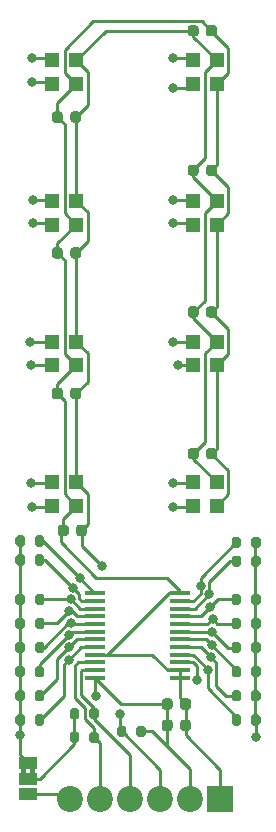
<source format=gtl>
%TF.GenerationSoftware,KiCad,Pcbnew,(5.1.12)-1*%
%TF.CreationDate,2022-08-18T11:29:56-07:00*%
%TF.ProjectId,HighPressureSensorArray,48696768-5072-4657-9373-75726553656e,rev?*%
%TF.SameCoordinates,Original*%
%TF.FileFunction,Copper,L1,Top*%
%TF.FilePolarity,Positive*%
%FSLAX46Y46*%
G04 Gerber Fmt 4.6, Leading zero omitted, Abs format (unit mm)*
G04 Created by KiCad (PCBNEW (5.1.12)-1) date 2022-08-18 11:29:56*
%MOMM*%
%LPD*%
G01*
G04 APERTURE LIST*
%TA.AperFunction,EtchedComponent*%
%ADD10C,0.100000*%
%TD*%
%TA.AperFunction,SMDPad,CuDef*%
%ADD11R,1.300000X1.300000*%
%TD*%
%TA.AperFunction,SMDPad,CuDef*%
%ADD12R,1.500000X1.000000*%
%TD*%
%TA.AperFunction,SMDPad,CuDef*%
%ADD13R,1.750000X0.450000*%
%TD*%
%TA.AperFunction,ComponentPad*%
%ADD14R,2.200000X2.200000*%
%TD*%
%TA.AperFunction,ComponentPad*%
%ADD15C,2.200000*%
%TD*%
%TA.AperFunction,ViaPad*%
%ADD16C,0.800000*%
%TD*%
%TA.AperFunction,Conductor*%
%ADD17C,0.250000*%
%TD*%
G04 APERTURE END LIST*
D10*
G36*
X121350000Y-91100000D02*
G01*
X121350000Y-91600000D01*
X120950000Y-91600000D01*
X120950000Y-91100000D01*
X121350000Y-91100000D01*
G37*
G36*
X120550000Y-91100000D02*
G01*
X120550000Y-91600000D01*
X120150000Y-91600000D01*
X120150000Y-91100000D01*
X120550000Y-91100000D01*
G37*
D11*
X122812600Y-68900400D03*
X122812600Y-66900400D03*
X124812600Y-68900400D03*
X124812600Y-66900400D03*
D12*
X120750000Y-90700000D03*
X120750000Y-93300000D03*
X120750000Y-92000000D03*
%TA.AperFunction,SMDPad,CuDef*%
G36*
G01*
X124325000Y-36250000D02*
X124325000Y-35750000D01*
G75*
G02*
X124550000Y-35525000I225000J0D01*
G01*
X125000000Y-35525000D01*
G75*
G02*
X125225000Y-35750000I0J-225000D01*
G01*
X125225000Y-36250000D01*
G75*
G02*
X125000000Y-36475000I-225000J0D01*
G01*
X124550000Y-36475000D01*
G75*
G02*
X124325000Y-36250000I0J225000D01*
G01*
G37*
%TD.AperFunction*%
%TA.AperFunction,SMDPad,CuDef*%
G36*
G01*
X122775000Y-36250000D02*
X122775000Y-35750000D01*
G75*
G02*
X123000000Y-35525000I225000J0D01*
G01*
X123450000Y-35525000D01*
G75*
G02*
X123675000Y-35750000I0J-225000D01*
G01*
X123675000Y-36250000D01*
G75*
G02*
X123450000Y-36475000I-225000J0D01*
G01*
X123000000Y-36475000D01*
G75*
G02*
X122775000Y-36250000I0J225000D01*
G01*
G37*
%TD.AperFunction*%
%TA.AperFunction,SMDPad,CuDef*%
G36*
G01*
X122775000Y-47750000D02*
X122775000Y-47250000D01*
G75*
G02*
X123000000Y-47025000I225000J0D01*
G01*
X123450000Y-47025000D01*
G75*
G02*
X123675000Y-47250000I0J-225000D01*
G01*
X123675000Y-47750000D01*
G75*
G02*
X123450000Y-47975000I-225000J0D01*
G01*
X123000000Y-47975000D01*
G75*
G02*
X122775000Y-47750000I0J225000D01*
G01*
G37*
%TD.AperFunction*%
%TA.AperFunction,SMDPad,CuDef*%
G36*
G01*
X124325000Y-47750000D02*
X124325000Y-47250000D01*
G75*
G02*
X124550000Y-47025000I225000J0D01*
G01*
X125000000Y-47025000D01*
G75*
G02*
X125225000Y-47250000I0J-225000D01*
G01*
X125225000Y-47750000D01*
G75*
G02*
X125000000Y-47975000I-225000J0D01*
G01*
X124550000Y-47975000D01*
G75*
G02*
X124325000Y-47750000I0J225000D01*
G01*
G37*
%TD.AperFunction*%
%TA.AperFunction,SMDPad,CuDef*%
G36*
G01*
X124325000Y-59650000D02*
X124325000Y-59150000D01*
G75*
G02*
X124550000Y-58925000I225000J0D01*
G01*
X125000000Y-58925000D01*
G75*
G02*
X125225000Y-59150000I0J-225000D01*
G01*
X125225000Y-59650000D01*
G75*
G02*
X125000000Y-59875000I-225000J0D01*
G01*
X124550000Y-59875000D01*
G75*
G02*
X124325000Y-59650000I0J225000D01*
G01*
G37*
%TD.AperFunction*%
%TA.AperFunction,SMDPad,CuDef*%
G36*
G01*
X122775000Y-59650000D02*
X122775000Y-59150000D01*
G75*
G02*
X123000000Y-58925000I225000J0D01*
G01*
X123450000Y-58925000D01*
G75*
G02*
X123675000Y-59150000I0J-225000D01*
G01*
X123675000Y-59650000D01*
G75*
G02*
X123450000Y-59875000I-225000J0D01*
G01*
X123000000Y-59875000D01*
G75*
G02*
X122775000Y-59650000I0J225000D01*
G01*
G37*
%TD.AperFunction*%
%TA.AperFunction,SMDPad,CuDef*%
G36*
G01*
X123275000Y-71250000D02*
X123275000Y-70750000D01*
G75*
G02*
X123500000Y-70525000I225000J0D01*
G01*
X123950000Y-70525000D01*
G75*
G02*
X124175000Y-70750000I0J-225000D01*
G01*
X124175000Y-71250000D01*
G75*
G02*
X123950000Y-71475000I-225000J0D01*
G01*
X123500000Y-71475000D01*
G75*
G02*
X123275000Y-71250000I0J225000D01*
G01*
G37*
%TD.AperFunction*%
%TA.AperFunction,SMDPad,CuDef*%
G36*
G01*
X124825000Y-71250000D02*
X124825000Y-70750000D01*
G75*
G02*
X125050000Y-70525000I225000J0D01*
G01*
X125500000Y-70525000D01*
G75*
G02*
X125725000Y-70750000I0J-225000D01*
G01*
X125725000Y-71250000D01*
G75*
G02*
X125500000Y-71475000I-225000J0D01*
G01*
X125050000Y-71475000D01*
G75*
G02*
X124825000Y-71250000I0J225000D01*
G01*
G37*
%TD.AperFunction*%
%TA.AperFunction,SMDPad,CuDef*%
G36*
G01*
X135175000Y-28450000D02*
X135175000Y-28950000D01*
G75*
G02*
X134950000Y-29175000I-225000J0D01*
G01*
X134500000Y-29175000D01*
G75*
G02*
X134275000Y-28950000I0J225000D01*
G01*
X134275000Y-28450000D01*
G75*
G02*
X134500000Y-28225000I225000J0D01*
G01*
X134950000Y-28225000D01*
G75*
G02*
X135175000Y-28450000I0J-225000D01*
G01*
G37*
%TD.AperFunction*%
%TA.AperFunction,SMDPad,CuDef*%
G36*
G01*
X136725000Y-28450000D02*
X136725000Y-28950000D01*
G75*
G02*
X136500000Y-29175000I-225000J0D01*
G01*
X136050000Y-29175000D01*
G75*
G02*
X135825000Y-28950000I0J225000D01*
G01*
X135825000Y-28450000D01*
G75*
G02*
X136050000Y-28225000I225000J0D01*
G01*
X136500000Y-28225000D01*
G75*
G02*
X136725000Y-28450000I0J-225000D01*
G01*
G37*
%TD.AperFunction*%
%TA.AperFunction,SMDPad,CuDef*%
G36*
G01*
X136725000Y-40250000D02*
X136725000Y-40750000D01*
G75*
G02*
X136500000Y-40975000I-225000J0D01*
G01*
X136050000Y-40975000D01*
G75*
G02*
X135825000Y-40750000I0J225000D01*
G01*
X135825000Y-40250000D01*
G75*
G02*
X136050000Y-40025000I225000J0D01*
G01*
X136500000Y-40025000D01*
G75*
G02*
X136725000Y-40250000I0J-225000D01*
G01*
G37*
%TD.AperFunction*%
%TA.AperFunction,SMDPad,CuDef*%
G36*
G01*
X135175000Y-40250000D02*
X135175000Y-40750000D01*
G75*
G02*
X134950000Y-40975000I-225000J0D01*
G01*
X134500000Y-40975000D01*
G75*
G02*
X134275000Y-40750000I0J225000D01*
G01*
X134275000Y-40250000D01*
G75*
G02*
X134500000Y-40025000I225000J0D01*
G01*
X134950000Y-40025000D01*
G75*
G02*
X135175000Y-40250000I0J-225000D01*
G01*
G37*
%TD.AperFunction*%
%TA.AperFunction,SMDPad,CuDef*%
G36*
G01*
X136725000Y-52250000D02*
X136725000Y-52750000D01*
G75*
G02*
X136500000Y-52975000I-225000J0D01*
G01*
X136050000Y-52975000D01*
G75*
G02*
X135825000Y-52750000I0J225000D01*
G01*
X135825000Y-52250000D01*
G75*
G02*
X136050000Y-52025000I225000J0D01*
G01*
X136500000Y-52025000D01*
G75*
G02*
X136725000Y-52250000I0J-225000D01*
G01*
G37*
%TD.AperFunction*%
%TA.AperFunction,SMDPad,CuDef*%
G36*
G01*
X135175000Y-52250000D02*
X135175000Y-52750000D01*
G75*
G02*
X134950000Y-52975000I-225000J0D01*
G01*
X134500000Y-52975000D01*
G75*
G02*
X134275000Y-52750000I0J225000D01*
G01*
X134275000Y-52250000D01*
G75*
G02*
X134500000Y-52025000I225000J0D01*
G01*
X134950000Y-52025000D01*
G75*
G02*
X135175000Y-52250000I0J-225000D01*
G01*
G37*
%TD.AperFunction*%
%TA.AperFunction,SMDPad,CuDef*%
G36*
G01*
X135175000Y-64250000D02*
X135175000Y-64750000D01*
G75*
G02*
X134950000Y-64975000I-225000J0D01*
G01*
X134500000Y-64975000D01*
G75*
G02*
X134275000Y-64750000I0J225000D01*
G01*
X134275000Y-64250000D01*
G75*
G02*
X134500000Y-64025000I225000J0D01*
G01*
X134950000Y-64025000D01*
G75*
G02*
X135175000Y-64250000I0J-225000D01*
G01*
G37*
%TD.AperFunction*%
%TA.AperFunction,SMDPad,CuDef*%
G36*
G01*
X136725000Y-64250000D02*
X136725000Y-64750000D01*
G75*
G02*
X136500000Y-64975000I-225000J0D01*
G01*
X136050000Y-64975000D01*
G75*
G02*
X135825000Y-64750000I0J225000D01*
G01*
X135825000Y-64250000D01*
G75*
G02*
X136050000Y-64025000I225000J0D01*
G01*
X136500000Y-64025000D01*
G75*
G02*
X136725000Y-64250000I0J-225000D01*
G01*
G37*
%TD.AperFunction*%
%TA.AperFunction,SMDPad,CuDef*%
G36*
G01*
X132075000Y-85950000D02*
X132075000Y-85450000D01*
G75*
G02*
X132300000Y-85225000I225000J0D01*
G01*
X132750000Y-85225000D01*
G75*
G02*
X132975000Y-85450000I0J-225000D01*
G01*
X132975000Y-85950000D01*
G75*
G02*
X132750000Y-86175000I-225000J0D01*
G01*
X132300000Y-86175000D01*
G75*
G02*
X132075000Y-85950000I0J225000D01*
G01*
G37*
%TD.AperFunction*%
%TA.AperFunction,SMDPad,CuDef*%
G36*
G01*
X133625000Y-85950000D02*
X133625000Y-85450000D01*
G75*
G02*
X133850000Y-85225000I225000J0D01*
G01*
X134300000Y-85225000D01*
G75*
G02*
X134525000Y-85450000I0J-225000D01*
G01*
X134525000Y-85950000D01*
G75*
G02*
X134300000Y-86175000I-225000J0D01*
G01*
X133850000Y-86175000D01*
G75*
G02*
X133625000Y-85950000I0J225000D01*
G01*
G37*
%TD.AperFunction*%
%TA.AperFunction,SMDPad,CuDef*%
G36*
G01*
X133625000Y-87750000D02*
X133625000Y-87250000D01*
G75*
G02*
X133850000Y-87025000I225000J0D01*
G01*
X134300000Y-87025000D01*
G75*
G02*
X134525000Y-87250000I0J-225000D01*
G01*
X134525000Y-87750000D01*
G75*
G02*
X134300000Y-87975000I-225000J0D01*
G01*
X133850000Y-87975000D01*
G75*
G02*
X133625000Y-87750000I0J225000D01*
G01*
G37*
%TD.AperFunction*%
%TA.AperFunction,SMDPad,CuDef*%
G36*
G01*
X132075000Y-87750000D02*
X132075000Y-87250000D01*
G75*
G02*
X132300000Y-87025000I225000J0D01*
G01*
X132750000Y-87025000D01*
G75*
G02*
X132975000Y-87250000I0J-225000D01*
G01*
X132975000Y-87750000D01*
G75*
G02*
X132750000Y-87975000I-225000J0D01*
G01*
X132300000Y-87975000D01*
G75*
G02*
X132075000Y-87750000I0J225000D01*
G01*
G37*
%TD.AperFunction*%
%TA.AperFunction,SMDPad,CuDef*%
G36*
G01*
X138775000Y-73325000D02*
X138775000Y-73875000D01*
G75*
G02*
X138575000Y-74075000I-200000J0D01*
G01*
X138175000Y-74075000D01*
G75*
G02*
X137975000Y-73875000I0J200000D01*
G01*
X137975000Y-73325000D01*
G75*
G02*
X138175000Y-73125000I200000J0D01*
G01*
X138575000Y-73125000D01*
G75*
G02*
X138775000Y-73325000I0J-200000D01*
G01*
G37*
%TD.AperFunction*%
%TA.AperFunction,SMDPad,CuDef*%
G36*
G01*
X140425000Y-73325000D02*
X140425000Y-73875000D01*
G75*
G02*
X140225000Y-74075000I-200000J0D01*
G01*
X139825000Y-74075000D01*
G75*
G02*
X139625000Y-73875000I0J200000D01*
G01*
X139625000Y-73325000D01*
G75*
G02*
X139825000Y-73125000I200000J0D01*
G01*
X140225000Y-73125000D01*
G75*
G02*
X140425000Y-73325000I0J-200000D01*
G01*
G37*
%TD.AperFunction*%
%TA.AperFunction,SMDPad,CuDef*%
G36*
G01*
X140425000Y-71725000D02*
X140425000Y-72275000D01*
G75*
G02*
X140225000Y-72475000I-200000J0D01*
G01*
X139825000Y-72475000D01*
G75*
G02*
X139625000Y-72275000I0J200000D01*
G01*
X139625000Y-71725000D01*
G75*
G02*
X139825000Y-71525000I200000J0D01*
G01*
X140225000Y-71525000D01*
G75*
G02*
X140425000Y-71725000I0J-200000D01*
G01*
G37*
%TD.AperFunction*%
%TA.AperFunction,SMDPad,CuDef*%
G36*
G01*
X138775000Y-71725000D02*
X138775000Y-72275000D01*
G75*
G02*
X138575000Y-72475000I-200000J0D01*
G01*
X138175000Y-72475000D01*
G75*
G02*
X137975000Y-72275000I0J200000D01*
G01*
X137975000Y-71725000D01*
G75*
G02*
X138175000Y-71525000I200000J0D01*
G01*
X138575000Y-71525000D01*
G75*
G02*
X138775000Y-71725000I0J-200000D01*
G01*
G37*
%TD.AperFunction*%
%TA.AperFunction,SMDPad,CuDef*%
G36*
G01*
X140425000Y-78604590D02*
X140425000Y-79154590D01*
G75*
G02*
X140225000Y-79354590I-200000J0D01*
G01*
X139825000Y-79354590D01*
G75*
G02*
X139625000Y-79154590I0J200000D01*
G01*
X139625000Y-78604590D01*
G75*
G02*
X139825000Y-78404590I200000J0D01*
G01*
X140225000Y-78404590D01*
G75*
G02*
X140425000Y-78604590I0J-200000D01*
G01*
G37*
%TD.AperFunction*%
%TA.AperFunction,SMDPad,CuDef*%
G36*
G01*
X138775000Y-78604590D02*
X138775000Y-79154590D01*
G75*
G02*
X138575000Y-79354590I-200000J0D01*
G01*
X138175000Y-79354590D01*
G75*
G02*
X137975000Y-79154590I0J200000D01*
G01*
X137975000Y-78604590D01*
G75*
G02*
X138175000Y-78404590I200000J0D01*
G01*
X138575000Y-78404590D01*
G75*
G02*
X138775000Y-78604590I0J-200000D01*
G01*
G37*
%TD.AperFunction*%
%TA.AperFunction,SMDPad,CuDef*%
G36*
G01*
X138775000Y-76563774D02*
X138775000Y-77113774D01*
G75*
G02*
X138575000Y-77313774I-200000J0D01*
G01*
X138175000Y-77313774D01*
G75*
G02*
X137975000Y-77113774I0J200000D01*
G01*
X137975000Y-76563774D01*
G75*
G02*
X138175000Y-76363774I200000J0D01*
G01*
X138575000Y-76363774D01*
G75*
G02*
X138775000Y-76563774I0J-200000D01*
G01*
G37*
%TD.AperFunction*%
%TA.AperFunction,SMDPad,CuDef*%
G36*
G01*
X140425000Y-76563774D02*
X140425000Y-77113774D01*
G75*
G02*
X140225000Y-77313774I-200000J0D01*
G01*
X139825000Y-77313774D01*
G75*
G02*
X139625000Y-77113774I0J200000D01*
G01*
X139625000Y-76563774D01*
G75*
G02*
X139825000Y-76363774I200000J0D01*
G01*
X140225000Y-76363774D01*
G75*
G02*
X140425000Y-76563774I0J-200000D01*
G01*
G37*
%TD.AperFunction*%
%TA.AperFunction,SMDPad,CuDef*%
G36*
G01*
X138775000Y-82686222D02*
X138775000Y-83236222D01*
G75*
G02*
X138575000Y-83436222I-200000J0D01*
G01*
X138175000Y-83436222D01*
G75*
G02*
X137975000Y-83236222I0J200000D01*
G01*
X137975000Y-82686222D01*
G75*
G02*
X138175000Y-82486222I200000J0D01*
G01*
X138575000Y-82486222D01*
G75*
G02*
X138775000Y-82686222I0J-200000D01*
G01*
G37*
%TD.AperFunction*%
%TA.AperFunction,SMDPad,CuDef*%
G36*
G01*
X140425000Y-82686222D02*
X140425000Y-83236222D01*
G75*
G02*
X140225000Y-83436222I-200000J0D01*
G01*
X139825000Y-83436222D01*
G75*
G02*
X139625000Y-83236222I0J200000D01*
G01*
X139625000Y-82686222D01*
G75*
G02*
X139825000Y-82486222I200000J0D01*
G01*
X140225000Y-82486222D01*
G75*
G02*
X140425000Y-82686222I0J-200000D01*
G01*
G37*
%TD.AperFunction*%
%TA.AperFunction,SMDPad,CuDef*%
G36*
G01*
X140425000Y-80645406D02*
X140425000Y-81195406D01*
G75*
G02*
X140225000Y-81395406I-200000J0D01*
G01*
X139825000Y-81395406D01*
G75*
G02*
X139625000Y-81195406I0J200000D01*
G01*
X139625000Y-80645406D01*
G75*
G02*
X139825000Y-80445406I200000J0D01*
G01*
X140225000Y-80445406D01*
G75*
G02*
X140425000Y-80645406I0J-200000D01*
G01*
G37*
%TD.AperFunction*%
%TA.AperFunction,SMDPad,CuDef*%
G36*
G01*
X138775000Y-80645406D02*
X138775000Y-81195406D01*
G75*
G02*
X138575000Y-81395406I-200000J0D01*
G01*
X138175000Y-81395406D01*
G75*
G02*
X137975000Y-81195406I0J200000D01*
G01*
X137975000Y-80645406D01*
G75*
G02*
X138175000Y-80445406I200000J0D01*
G01*
X138575000Y-80445406D01*
G75*
G02*
X138775000Y-80645406I0J-200000D01*
G01*
G37*
%TD.AperFunction*%
%TA.AperFunction,SMDPad,CuDef*%
G36*
G01*
X140425000Y-86767857D02*
X140425000Y-87317857D01*
G75*
G02*
X140225000Y-87517857I-200000J0D01*
G01*
X139825000Y-87517857D01*
G75*
G02*
X139625000Y-87317857I0J200000D01*
G01*
X139625000Y-86767857D01*
G75*
G02*
X139825000Y-86567857I200000J0D01*
G01*
X140225000Y-86567857D01*
G75*
G02*
X140425000Y-86767857I0J-200000D01*
G01*
G37*
%TD.AperFunction*%
%TA.AperFunction,SMDPad,CuDef*%
G36*
G01*
X138775000Y-86767857D02*
X138775000Y-87317857D01*
G75*
G02*
X138575000Y-87517857I-200000J0D01*
G01*
X138175000Y-87517857D01*
G75*
G02*
X137975000Y-87317857I0J200000D01*
G01*
X137975000Y-86767857D01*
G75*
G02*
X138175000Y-86567857I200000J0D01*
G01*
X138575000Y-86567857D01*
G75*
G02*
X138775000Y-86767857I0J-200000D01*
G01*
G37*
%TD.AperFunction*%
%TA.AperFunction,SMDPad,CuDef*%
G36*
G01*
X138775000Y-84727038D02*
X138775000Y-85277038D01*
G75*
G02*
X138575000Y-85477038I-200000J0D01*
G01*
X138175000Y-85477038D01*
G75*
G02*
X137975000Y-85277038I0J200000D01*
G01*
X137975000Y-84727038D01*
G75*
G02*
X138175000Y-84527038I200000J0D01*
G01*
X138575000Y-84527038D01*
G75*
G02*
X138775000Y-84727038I0J-200000D01*
G01*
G37*
%TD.AperFunction*%
%TA.AperFunction,SMDPad,CuDef*%
G36*
G01*
X140425000Y-84727038D02*
X140425000Y-85277038D01*
G75*
G02*
X140225000Y-85477038I-200000J0D01*
G01*
X139825000Y-85477038D01*
G75*
G02*
X139625000Y-85277038I0J200000D01*
G01*
X139625000Y-84727038D01*
G75*
G02*
X139825000Y-84527038I200000J0D01*
G01*
X140225000Y-84527038D01*
G75*
G02*
X140425000Y-84727038I0J-200000D01*
G01*
G37*
%TD.AperFunction*%
%TA.AperFunction,SMDPad,CuDef*%
G36*
G01*
X119675000Y-85276016D02*
X119675000Y-84726016D01*
G75*
G02*
X119875000Y-84526016I200000J0D01*
G01*
X120275000Y-84526016D01*
G75*
G02*
X120475000Y-84726016I0J-200000D01*
G01*
X120475000Y-85276016D01*
G75*
G02*
X120275000Y-85476016I-200000J0D01*
G01*
X119875000Y-85476016D01*
G75*
G02*
X119675000Y-85276016I0J200000D01*
G01*
G37*
%TD.AperFunction*%
%TA.AperFunction,SMDPad,CuDef*%
G36*
G01*
X121325000Y-85276016D02*
X121325000Y-84726016D01*
G75*
G02*
X121525000Y-84526016I200000J0D01*
G01*
X121925000Y-84526016D01*
G75*
G02*
X122125000Y-84726016I0J-200000D01*
G01*
X122125000Y-85276016D01*
G75*
G02*
X121925000Y-85476016I-200000J0D01*
G01*
X121525000Y-85476016D01*
G75*
G02*
X121325000Y-85276016I0J200000D01*
G01*
G37*
%TD.AperFunction*%
%TA.AperFunction,SMDPad,CuDef*%
G36*
G01*
X119675000Y-87317857D02*
X119675000Y-86767857D01*
G75*
G02*
X119875000Y-86567857I200000J0D01*
G01*
X120275000Y-86567857D01*
G75*
G02*
X120475000Y-86767857I0J-200000D01*
G01*
X120475000Y-87317857D01*
G75*
G02*
X120275000Y-87517857I-200000J0D01*
G01*
X119875000Y-87517857D01*
G75*
G02*
X119675000Y-87317857I0J200000D01*
G01*
G37*
%TD.AperFunction*%
%TA.AperFunction,SMDPad,CuDef*%
G36*
G01*
X121325000Y-87317857D02*
X121325000Y-86767857D01*
G75*
G02*
X121525000Y-86567857I200000J0D01*
G01*
X121925000Y-86567857D01*
G75*
G02*
X122125000Y-86767857I0J-200000D01*
G01*
X122125000Y-87317857D01*
G75*
G02*
X121925000Y-87517857I-200000J0D01*
G01*
X121525000Y-87517857D01*
G75*
G02*
X121325000Y-87317857I0J200000D01*
G01*
G37*
%TD.AperFunction*%
%TA.AperFunction,SMDPad,CuDef*%
G36*
G01*
X119675000Y-81192344D02*
X119675000Y-80642344D01*
G75*
G02*
X119875000Y-80442344I200000J0D01*
G01*
X120275000Y-80442344D01*
G75*
G02*
X120475000Y-80642344I0J-200000D01*
G01*
X120475000Y-81192344D01*
G75*
G02*
X120275000Y-81392344I-200000J0D01*
G01*
X119875000Y-81392344D01*
G75*
G02*
X119675000Y-81192344I0J200000D01*
G01*
G37*
%TD.AperFunction*%
%TA.AperFunction,SMDPad,CuDef*%
G36*
G01*
X121325000Y-81192344D02*
X121325000Y-80642344D01*
G75*
G02*
X121525000Y-80442344I200000J0D01*
G01*
X121925000Y-80442344D01*
G75*
G02*
X122125000Y-80642344I0J-200000D01*
G01*
X122125000Y-81192344D01*
G75*
G02*
X121925000Y-81392344I-200000J0D01*
G01*
X121525000Y-81392344D01*
G75*
G02*
X121325000Y-81192344I0J200000D01*
G01*
G37*
%TD.AperFunction*%
%TA.AperFunction,SMDPad,CuDef*%
G36*
G01*
X121325000Y-83234180D02*
X121325000Y-82684180D01*
G75*
G02*
X121525000Y-82484180I200000J0D01*
G01*
X121925000Y-82484180D01*
G75*
G02*
X122125000Y-82684180I0J-200000D01*
G01*
X122125000Y-83234180D01*
G75*
G02*
X121925000Y-83434180I-200000J0D01*
G01*
X121525000Y-83434180D01*
G75*
G02*
X121325000Y-83234180I0J200000D01*
G01*
G37*
%TD.AperFunction*%
%TA.AperFunction,SMDPad,CuDef*%
G36*
G01*
X119675000Y-83234180D02*
X119675000Y-82684180D01*
G75*
G02*
X119875000Y-82484180I200000J0D01*
G01*
X120275000Y-82484180D01*
G75*
G02*
X120475000Y-82684180I0J-200000D01*
G01*
X120475000Y-83234180D01*
G75*
G02*
X120275000Y-83434180I-200000J0D01*
G01*
X119875000Y-83434180D01*
G75*
G02*
X119675000Y-83234180I0J200000D01*
G01*
G37*
%TD.AperFunction*%
%TA.AperFunction,SMDPad,CuDef*%
G36*
G01*
X119675000Y-77108672D02*
X119675000Y-76558672D01*
G75*
G02*
X119875000Y-76358672I200000J0D01*
G01*
X120275000Y-76358672D01*
G75*
G02*
X120475000Y-76558672I0J-200000D01*
G01*
X120475000Y-77108672D01*
G75*
G02*
X120275000Y-77308672I-200000J0D01*
G01*
X119875000Y-77308672D01*
G75*
G02*
X119675000Y-77108672I0J200000D01*
G01*
G37*
%TD.AperFunction*%
%TA.AperFunction,SMDPad,CuDef*%
G36*
G01*
X121325000Y-77108672D02*
X121325000Y-76558672D01*
G75*
G02*
X121525000Y-76358672I200000J0D01*
G01*
X121925000Y-76358672D01*
G75*
G02*
X122125000Y-76558672I0J-200000D01*
G01*
X122125000Y-77108672D01*
G75*
G02*
X121925000Y-77308672I-200000J0D01*
G01*
X121525000Y-77308672D01*
G75*
G02*
X121325000Y-77108672I0J200000D01*
G01*
G37*
%TD.AperFunction*%
%TA.AperFunction,SMDPad,CuDef*%
G36*
G01*
X121325000Y-79150508D02*
X121325000Y-78600508D01*
G75*
G02*
X121525000Y-78400508I200000J0D01*
G01*
X121925000Y-78400508D01*
G75*
G02*
X122125000Y-78600508I0J-200000D01*
G01*
X122125000Y-79150508D01*
G75*
G02*
X121925000Y-79350508I-200000J0D01*
G01*
X121525000Y-79350508D01*
G75*
G02*
X121325000Y-79150508I0J200000D01*
G01*
G37*
%TD.AperFunction*%
%TA.AperFunction,SMDPad,CuDef*%
G36*
G01*
X119675000Y-79150508D02*
X119675000Y-78600508D01*
G75*
G02*
X119875000Y-78400508I200000J0D01*
G01*
X120275000Y-78400508D01*
G75*
G02*
X120475000Y-78600508I0J-200000D01*
G01*
X120475000Y-79150508D01*
G75*
G02*
X120275000Y-79350508I-200000J0D01*
G01*
X119875000Y-79350508D01*
G75*
G02*
X119675000Y-79150508I0J200000D01*
G01*
G37*
%TD.AperFunction*%
%TA.AperFunction,SMDPad,CuDef*%
G36*
G01*
X119675000Y-72175000D02*
X119675000Y-71625000D01*
G75*
G02*
X119875000Y-71425000I200000J0D01*
G01*
X120275000Y-71425000D01*
G75*
G02*
X120475000Y-71625000I0J-200000D01*
G01*
X120475000Y-72175000D01*
G75*
G02*
X120275000Y-72375000I-200000J0D01*
G01*
X119875000Y-72375000D01*
G75*
G02*
X119675000Y-72175000I0J200000D01*
G01*
G37*
%TD.AperFunction*%
%TA.AperFunction,SMDPad,CuDef*%
G36*
G01*
X121325000Y-72175000D02*
X121325000Y-71625000D01*
G75*
G02*
X121525000Y-71425000I200000J0D01*
G01*
X121925000Y-71425000D01*
G75*
G02*
X122125000Y-71625000I0J-200000D01*
G01*
X122125000Y-72175000D01*
G75*
G02*
X121925000Y-72375000I-200000J0D01*
G01*
X121525000Y-72375000D01*
G75*
G02*
X121325000Y-72175000I0J200000D01*
G01*
G37*
%TD.AperFunction*%
%TA.AperFunction,SMDPad,CuDef*%
G36*
G01*
X121325000Y-73775000D02*
X121325000Y-73225000D01*
G75*
G02*
X121525000Y-73025000I200000J0D01*
G01*
X121925000Y-73025000D01*
G75*
G02*
X122125000Y-73225000I0J-200000D01*
G01*
X122125000Y-73775000D01*
G75*
G02*
X121925000Y-73975000I-200000J0D01*
G01*
X121525000Y-73975000D01*
G75*
G02*
X121325000Y-73775000I0J200000D01*
G01*
G37*
%TD.AperFunction*%
%TA.AperFunction,SMDPad,CuDef*%
G36*
G01*
X119675000Y-73775000D02*
X119675000Y-73225000D01*
G75*
G02*
X119875000Y-73025000I200000J0D01*
G01*
X120275000Y-73025000D01*
G75*
G02*
X120475000Y-73225000I0J-200000D01*
G01*
X120475000Y-73775000D01*
G75*
G02*
X120275000Y-73975000I-200000J0D01*
G01*
X119875000Y-73975000D01*
G75*
G02*
X119675000Y-73775000I0J200000D01*
G01*
G37*
%TD.AperFunction*%
%TA.AperFunction,SMDPad,CuDef*%
G36*
G01*
X126725000Y-88225000D02*
X126725000Y-88775000D01*
G75*
G02*
X126525000Y-88975000I-200000J0D01*
G01*
X126125000Y-88975000D01*
G75*
G02*
X125925000Y-88775000I0J200000D01*
G01*
X125925000Y-88225000D01*
G75*
G02*
X126125000Y-88025000I200000J0D01*
G01*
X126525000Y-88025000D01*
G75*
G02*
X126725000Y-88225000I0J-200000D01*
G01*
G37*
%TD.AperFunction*%
%TA.AperFunction,SMDPad,CuDef*%
G36*
G01*
X125075000Y-88225000D02*
X125075000Y-88775000D01*
G75*
G02*
X124875000Y-88975000I-200000J0D01*
G01*
X124475000Y-88975000D01*
G75*
G02*
X124275000Y-88775000I0J200000D01*
G01*
X124275000Y-88225000D01*
G75*
G02*
X124475000Y-88025000I200000J0D01*
G01*
X124875000Y-88025000D01*
G75*
G02*
X125075000Y-88225000I0J-200000D01*
G01*
G37*
%TD.AperFunction*%
%TA.AperFunction,SMDPad,CuDef*%
G36*
G01*
X125075000Y-86225000D02*
X125075000Y-86775000D01*
G75*
G02*
X124875000Y-86975000I-200000J0D01*
G01*
X124475000Y-86975000D01*
G75*
G02*
X124275000Y-86775000I0J200000D01*
G01*
X124275000Y-86225000D01*
G75*
G02*
X124475000Y-86025000I200000J0D01*
G01*
X124875000Y-86025000D01*
G75*
G02*
X125075000Y-86225000I0J-200000D01*
G01*
G37*
%TD.AperFunction*%
%TA.AperFunction,SMDPad,CuDef*%
G36*
G01*
X126725000Y-86225000D02*
X126725000Y-86775000D01*
G75*
G02*
X126525000Y-86975000I-200000J0D01*
G01*
X126125000Y-86975000D01*
G75*
G02*
X125925000Y-86775000I0J200000D01*
G01*
X125925000Y-86225000D01*
G75*
G02*
X126125000Y-86025000I200000J0D01*
G01*
X126525000Y-86025000D01*
G75*
G02*
X126725000Y-86225000I0J-200000D01*
G01*
G37*
%TD.AperFunction*%
%TA.AperFunction,SMDPad,CuDef*%
G36*
G01*
X129075000Y-87725000D02*
X129075000Y-88275000D01*
G75*
G02*
X128875000Y-88475000I-200000J0D01*
G01*
X128475000Y-88475000D01*
G75*
G02*
X128275000Y-88275000I0J200000D01*
G01*
X128275000Y-87725000D01*
G75*
G02*
X128475000Y-87525000I200000J0D01*
G01*
X128875000Y-87525000D01*
G75*
G02*
X129075000Y-87725000I0J-200000D01*
G01*
G37*
%TD.AperFunction*%
%TA.AperFunction,SMDPad,CuDef*%
G36*
G01*
X130725000Y-87725000D02*
X130725000Y-88275000D01*
G75*
G02*
X130525000Y-88475000I-200000J0D01*
G01*
X130125000Y-88475000D01*
G75*
G02*
X129925000Y-88275000I0J200000D01*
G01*
X129925000Y-87725000D01*
G75*
G02*
X130125000Y-87525000I200000J0D01*
G01*
X130525000Y-87525000D01*
G75*
G02*
X130725000Y-87725000I0J-200000D01*
G01*
G37*
%TD.AperFunction*%
D13*
X133600000Y-83475000D03*
X133600000Y-82825000D03*
X133600000Y-82175000D03*
X133600000Y-81525000D03*
X133600000Y-80875000D03*
X133600000Y-80225000D03*
X133600000Y-79575000D03*
X133600000Y-78925000D03*
X133600000Y-78275000D03*
X133600000Y-77625000D03*
X133600000Y-76975000D03*
X133600000Y-76325000D03*
X126400000Y-76325000D03*
X126400000Y-76975000D03*
X126400000Y-77625000D03*
X126400000Y-78275000D03*
X126400000Y-78925000D03*
X126400000Y-79575000D03*
X126400000Y-80225000D03*
X126400000Y-80875000D03*
X126400000Y-81525000D03*
X126400000Y-82175000D03*
X126400000Y-82825000D03*
X126400000Y-83475000D03*
D11*
X136712600Y-66900400D03*
X136712600Y-68900400D03*
X134712600Y-66900400D03*
X134712600Y-68900400D03*
X136712600Y-55000400D03*
X136712600Y-57000400D03*
X134712600Y-55000400D03*
X134712600Y-57000400D03*
X136712600Y-43100400D03*
X136712600Y-45100400D03*
X134712600Y-43100400D03*
X134712600Y-45100400D03*
X134712600Y-33200400D03*
X134712600Y-31200400D03*
X136712600Y-33200400D03*
X136712600Y-31200400D03*
X122812600Y-33200400D03*
X122812600Y-31200400D03*
X124812600Y-33200400D03*
X124812600Y-31200400D03*
X124812600Y-43100400D03*
X124812600Y-45100400D03*
X122812600Y-43100400D03*
X122812600Y-45100400D03*
X122812600Y-57000400D03*
X122812600Y-55000400D03*
X124812600Y-57000400D03*
X124812600Y-55000400D03*
D14*
X137000000Y-93750000D03*
D15*
X134460000Y-93750000D03*
X131920000Y-93750000D03*
X129380000Y-93750000D03*
X126840000Y-93750000D03*
X124300000Y-93750000D03*
D16*
X135075014Y-83690823D03*
X128500000Y-86500000D03*
X140025000Y-88475000D03*
X126500000Y-84999992D03*
X120075000Y-88325000D03*
X127012662Y-73987342D03*
X136071928Y-76416863D03*
X133000000Y-69000000D03*
X135346918Y-75675918D03*
X133000000Y-67000004D03*
X136366985Y-78488605D03*
X133400000Y-57000000D03*
X136143606Y-77513861D03*
X133000000Y-55000000D03*
X136335351Y-80736365D03*
X133000000Y-45000000D03*
X136336190Y-79586190D03*
X133000000Y-43000000D03*
X135957015Y-82847552D03*
X133000000Y-33500000D03*
X136249994Y-81750000D03*
X133000000Y-30999994D03*
X124192304Y-80895655D03*
X121099998Y-33000000D03*
X124171929Y-81941350D03*
X121100000Y-31000000D03*
X124359739Y-78825371D03*
X121200000Y-45000000D03*
X124243979Y-79818660D03*
X121200000Y-43000000D03*
X124367944Y-76842625D03*
X121000000Y-57000000D03*
X124231006Y-77833680D03*
X120900000Y-55000000D03*
X125154397Y-75044205D03*
X121100000Y-69000000D03*
X124566795Y-75862583D03*
X121000000Y-67000000D03*
D17*
X135024999Y-83640808D02*
X135075014Y-83690823D01*
X134725000Y-82175000D02*
X135024999Y-82474999D01*
X133600000Y-82175000D02*
X134725000Y-82175000D01*
X135024999Y-82474999D02*
X135024999Y-83640808D01*
X128500000Y-87825000D02*
X128675000Y-88000000D01*
X128500000Y-86500000D02*
X128500000Y-87825000D01*
X131920000Y-91250000D02*
X131920000Y-93750000D01*
X128675000Y-88005000D02*
X131920000Y-91250000D01*
X128675000Y-88000000D02*
X128675000Y-88005000D01*
X130275000Y-85700000D02*
X132525000Y-85700000D01*
X132525000Y-85700000D02*
X132525000Y-87500000D01*
X132525000Y-85700000D02*
X128625000Y-85700000D01*
X127562500Y-84637500D02*
X126400000Y-83475000D01*
X128625000Y-85700000D02*
X127562500Y-84637500D01*
X140025000Y-87042857D02*
X140025000Y-88475000D01*
X140025000Y-88475000D02*
X140025000Y-88475000D01*
X126400000Y-84899992D02*
X126500000Y-84999992D01*
X126400000Y-83475000D02*
X126400000Y-84899992D01*
X120075000Y-87042857D02*
X120075000Y-88325000D01*
X120075000Y-88325000D02*
X120075000Y-88325000D01*
X130325000Y-88000000D02*
X130325000Y-88191410D01*
X120075000Y-90025000D02*
X120750000Y-90700000D01*
X120075000Y-88325000D02*
X120075000Y-90025000D01*
X132525000Y-87500000D02*
X132525000Y-89265000D01*
X131260000Y-88000000D02*
X132525000Y-89265000D01*
X130325000Y-88000000D02*
X131260000Y-88000000D01*
X140000000Y-72025000D02*
X140000000Y-87000000D01*
X140025000Y-72000000D02*
X140000000Y-72025000D01*
X120075000Y-71900000D02*
X120075000Y-87042857D01*
X134460000Y-91210000D02*
X134460000Y-93750000D01*
X132520000Y-89270000D02*
X134460000Y-91210000D01*
X132525000Y-89265000D02*
X132520000Y-89270000D01*
X126987342Y-73987342D02*
X127012662Y-73987342D01*
X125275000Y-72275000D02*
X126987342Y-73987342D01*
X125275000Y-71000000D02*
X125275000Y-72275000D01*
X125787601Y-70487399D02*
X125787601Y-67875401D01*
X125787601Y-67875401D02*
X124812600Y-66900400D01*
X125275000Y-71000000D02*
X125787601Y-70487399D01*
X124812600Y-59437600D02*
X124775000Y-59400000D01*
X124812600Y-66900400D02*
X124812600Y-59437600D01*
X125787601Y-55975401D02*
X124812600Y-55000400D01*
X125787601Y-58387399D02*
X125787601Y-55975401D01*
X124775000Y-59400000D02*
X125787601Y-58387399D01*
X124812600Y-47537600D02*
X124775000Y-47500000D01*
X124812600Y-55000400D02*
X124812600Y-47537600D01*
X125787601Y-44075401D02*
X124812600Y-43100400D01*
X125787601Y-46487399D02*
X125787601Y-44075401D01*
X124775000Y-47500000D02*
X125787601Y-46487399D01*
X124812600Y-36037600D02*
X124775000Y-36000000D01*
X124812600Y-43100400D02*
X124812600Y-36037600D01*
X125787601Y-32175401D02*
X124812600Y-31200400D01*
X125787601Y-34987399D02*
X125787601Y-32175401D01*
X124775000Y-36000000D02*
X125787601Y-34987399D01*
X127313000Y-28700000D02*
X134725000Y-28700000D01*
X124812600Y-31200400D02*
X127313000Y-28700000D01*
X134725000Y-29212800D02*
X136712600Y-31200400D01*
X134725000Y-28700000D02*
X134725000Y-29212800D01*
X135737599Y-39487401D02*
X134725000Y-40500000D01*
X135737599Y-32175401D02*
X135737599Y-39487401D01*
X136712600Y-31200400D02*
X135737599Y-32175401D01*
X134725000Y-41112800D02*
X136712600Y-43100400D01*
X134725000Y-40500000D02*
X134725000Y-41112800D01*
X135687601Y-51537399D02*
X134725000Y-52500000D01*
X135687601Y-44125399D02*
X135687601Y-51537399D01*
X136712600Y-43100400D02*
X135687601Y-44125399D01*
X134725000Y-53012800D02*
X136712600Y-55000400D01*
X134725000Y-52500000D02*
X134725000Y-53012800D01*
X135737599Y-63487401D02*
X134725000Y-64500000D01*
X135737599Y-55975401D02*
X135737599Y-63487401D01*
X136712600Y-55000400D02*
X135737599Y-55975401D01*
X134725000Y-64912800D02*
X136712600Y-66900400D01*
X134725000Y-64500000D02*
X134725000Y-64912800D01*
X133600000Y-82825000D02*
X133600000Y-83475000D01*
X133600000Y-85225000D02*
X134075000Y-85700000D01*
X133600000Y-83475000D02*
X133600000Y-85225000D01*
X134075000Y-85700000D02*
X134075000Y-87500000D01*
X127435002Y-81525000D02*
X126400000Y-81525000D01*
X132635002Y-76325000D02*
X127435002Y-81525000D01*
X133600000Y-76325000D02*
X132635002Y-76325000D01*
X132564998Y-82825000D02*
X133600000Y-82825000D01*
X131264998Y-81525000D02*
X132564998Y-82825000D01*
X126400000Y-81525000D02*
X131264998Y-81525000D01*
X137000000Y-91250000D02*
X137000000Y-93750000D01*
X134075000Y-88325000D02*
X137000000Y-91250000D01*
X134075000Y-87500000D02*
X134075000Y-88325000D01*
X126500000Y-75000000D02*
X123500000Y-72000000D01*
X132500000Y-75000000D02*
X126500000Y-75000000D01*
X133600000Y-76100000D02*
X132500000Y-75000000D01*
X133600000Y-76325000D02*
X133600000Y-76100000D01*
X123500000Y-71225000D02*
X123725000Y-71000000D01*
X123500000Y-72000000D02*
X123500000Y-71225000D01*
X123725000Y-69988000D02*
X124812600Y-68900400D01*
X123725000Y-71000000D02*
X123725000Y-69988000D01*
X123837599Y-60012599D02*
X123225000Y-59400000D01*
X123837599Y-67925399D02*
X123837599Y-60012599D01*
X124812600Y-68900400D02*
X123837599Y-67925399D01*
X123225000Y-58588000D02*
X124812600Y-57000400D01*
X123225000Y-59400000D02*
X123225000Y-58588000D01*
X123837599Y-48112599D02*
X123225000Y-47500000D01*
X123837599Y-56025399D02*
X123837599Y-48112599D01*
X124812600Y-57000400D02*
X123837599Y-56025399D01*
X123225000Y-46688000D02*
X124812600Y-45100400D01*
X123225000Y-47500000D02*
X123225000Y-46688000D01*
X123837599Y-36612599D02*
X123225000Y-36000000D01*
X123837599Y-44125399D02*
X123837599Y-36612599D01*
X124812600Y-45100400D02*
X123837599Y-44125399D01*
X123225000Y-34788000D02*
X124812600Y-33200400D01*
X123225000Y-36000000D02*
X123225000Y-34788000D01*
X135474990Y-27899990D02*
X136275000Y-28700000D01*
X126228008Y-27899990D02*
X135474990Y-27899990D01*
X123837599Y-30290399D02*
X126228008Y-27899990D01*
X123837599Y-32225399D02*
X123837599Y-30290399D01*
X124812600Y-33200400D02*
X123837599Y-32225399D01*
X137687601Y-32225399D02*
X136712600Y-33200400D01*
X137687601Y-30112601D02*
X137687601Y-32225399D01*
X136275000Y-28700000D02*
X137687601Y-30112601D01*
X136712600Y-40062400D02*
X136275000Y-40500000D01*
X136712600Y-33200400D02*
X136712600Y-40062400D01*
X137687601Y-44125399D02*
X136712600Y-45100400D01*
X137687601Y-41912601D02*
X137687601Y-44125399D01*
X136275000Y-40500000D02*
X137687601Y-41912601D01*
X136712600Y-52062400D02*
X136275000Y-52500000D01*
X136712600Y-45100400D02*
X136712600Y-52062400D01*
X137687601Y-56025399D02*
X136712600Y-57000400D01*
X137687601Y-53912601D02*
X137687601Y-56025399D01*
X136275000Y-52500000D02*
X137687601Y-53912601D01*
X136712600Y-64062400D02*
X136275000Y-64500000D01*
X136712600Y-57000400D02*
X136712600Y-64062400D01*
X137687601Y-67925399D02*
X136712600Y-68900400D01*
X137687601Y-65912601D02*
X137687601Y-67925399D01*
X136275000Y-64500000D02*
X137687601Y-65912601D01*
X126325000Y-86025000D02*
X126325000Y-86500000D01*
X125199999Y-83960001D02*
X125200011Y-83960013D01*
X125275000Y-82825000D02*
X125199999Y-82900001D01*
X125200011Y-83960013D02*
X125200011Y-84900011D01*
X126400000Y-82825000D02*
X125275000Y-82825000D01*
X125200011Y-84900011D02*
X126325000Y-86025000D01*
X125199999Y-82900001D02*
X125199999Y-83960001D01*
X129380000Y-90030000D02*
X129380000Y-93750000D01*
X126325000Y-86975000D02*
X129380000Y-90030000D01*
X126325000Y-86500000D02*
X126325000Y-86975000D01*
X126325000Y-87717478D02*
X126325000Y-88500000D01*
X125599990Y-86007532D02*
X125599990Y-86992468D01*
X124750000Y-84146413D02*
X124750000Y-85157542D01*
X124749988Y-84146401D02*
X124750000Y-84146413D01*
X124750000Y-85157542D02*
X125599990Y-86007532D01*
X124749988Y-82803599D02*
X124749988Y-84146401D01*
X124750000Y-82803587D02*
X124749988Y-82803599D01*
X124750000Y-82436281D02*
X124750000Y-82803587D01*
X125011281Y-82175000D02*
X124750000Y-82436281D01*
X125599990Y-86992468D02*
X126325000Y-87717478D01*
X126400000Y-82175000D02*
X125011281Y-82175000D01*
X126840000Y-89015000D02*
X126840000Y-93750000D01*
X126325000Y-88500000D02*
X126840000Y-89015000D01*
X137800000Y-73600000D02*
X136071928Y-75328072D01*
X133600000Y-77625000D02*
X134863791Y-77625000D01*
X134863791Y-77625000D02*
X136071928Y-76416863D01*
X136071928Y-75328072D02*
X136071928Y-76416863D01*
X138375000Y-73600000D02*
X137800000Y-73600000D01*
X134613000Y-69000000D02*
X134712600Y-68900400D01*
X133000000Y-69000000D02*
X134613000Y-69000000D01*
X138375000Y-72000000D02*
X135348796Y-75026204D01*
X135348796Y-75026204D02*
X135348796Y-75675918D01*
X134725000Y-76975000D02*
X135346918Y-76353082D01*
X135348796Y-75675918D02*
X135346918Y-75675918D01*
X133600000Y-76975000D02*
X134725000Y-76975000D01*
X135346918Y-76353082D02*
X135346918Y-75675918D01*
X134612996Y-67000004D02*
X134712600Y-66900400D01*
X133000000Y-67000004D02*
X134612996Y-67000004D01*
X133600000Y-78925000D02*
X135930590Y-78925000D01*
X135930590Y-78925000D02*
X136366985Y-78488605D01*
X136757970Y-78879590D02*
X138375000Y-78879590D01*
X136366985Y-78488605D02*
X136757970Y-78879590D01*
X134712200Y-57000000D02*
X134712600Y-57000400D01*
X133400000Y-57000000D02*
X134712200Y-57000000D01*
X138375000Y-76838774D02*
X136818693Y-76838774D01*
X135382467Y-78275000D02*
X136143606Y-77513861D01*
X133600000Y-78275000D02*
X135382467Y-78275000D01*
X136818693Y-76838774D02*
X136143606Y-77513861D01*
X134712200Y-55000000D02*
X134712600Y-55000400D01*
X133000000Y-55000000D02*
X134712200Y-55000000D01*
X135823986Y-80225000D02*
X136335351Y-80736365D01*
X138375000Y-82776014D02*
X136335351Y-80736365D01*
X133600000Y-80225000D02*
X135823986Y-80225000D01*
X138375000Y-82961222D02*
X138375000Y-82776014D01*
X134612200Y-45000000D02*
X134712600Y-45100400D01*
X133000000Y-45000000D02*
X134612200Y-45000000D01*
X137670406Y-80920406D02*
X136336190Y-79586190D01*
X138375000Y-80920406D02*
X137670406Y-80920406D01*
X133600000Y-79575000D02*
X136325000Y-79575000D01*
X136325000Y-79575000D02*
X136336190Y-79586190D01*
X134612200Y-43000000D02*
X134712600Y-43100400D01*
X133000000Y-43000000D02*
X134612200Y-43000000D01*
X135957015Y-82757015D02*
X135957015Y-82847552D01*
X134725000Y-81525000D02*
X135957015Y-82757015D01*
X133600000Y-81525000D02*
X134725000Y-81525000D01*
X135957015Y-84340944D02*
X135957015Y-82847552D01*
X138375000Y-86758929D02*
X135957015Y-84340944D01*
X138375000Y-87042857D02*
X138375000Y-86758929D01*
X134413000Y-33500000D02*
X134712600Y-33200400D01*
X133000000Y-33500000D02*
X134413000Y-33500000D01*
X133600000Y-80875000D02*
X135374994Y-80875000D01*
X135374994Y-80875000D02*
X136249994Y-81750000D01*
X137502038Y-85002038D02*
X138375000Y-85002038D01*
X136682016Y-84182016D02*
X137502038Y-85002038D01*
X136682016Y-82182022D02*
X136682016Y-84182016D01*
X136249994Y-81750000D02*
X136682016Y-82182022D01*
X134512194Y-30999994D02*
X134712600Y-31200400D01*
X133000000Y-30999994D02*
X134512194Y-30999994D01*
X123188500Y-81899459D02*
X124192304Y-80895655D01*
X121725000Y-85001016D02*
X123188500Y-83537516D01*
X126400000Y-80225000D02*
X124862959Y-80225000D01*
X124862959Y-80225000D02*
X124192304Y-80895655D01*
X123188500Y-83537516D02*
X123188500Y-81899459D01*
X122612200Y-33000000D02*
X122812600Y-33200400D01*
X121099998Y-33000000D02*
X122612200Y-33000000D01*
X123771930Y-82341349D02*
X124171929Y-81941350D01*
X126400000Y-80875000D02*
X125238279Y-80875000D01*
X125238279Y-80875000D02*
X124171929Y-81941350D01*
X121725000Y-87042857D02*
X123771930Y-84995927D01*
X123771930Y-84995927D02*
X123771930Y-82341349D01*
X122612200Y-31000000D02*
X122812600Y-31200400D01*
X121100000Y-31000000D02*
X122612200Y-31000000D01*
X126400000Y-78850000D02*
X126375001Y-78825001D01*
X126400000Y-78925000D02*
X126400000Y-78850000D01*
X122072291Y-80917344D02*
X124164264Y-78825371D01*
X124164264Y-78825371D02*
X124359739Y-78825371D01*
X126400000Y-78925000D02*
X124459368Y-78925000D01*
X121725000Y-80917344D02*
X122072291Y-80917344D01*
X124459368Y-78925000D02*
X124359739Y-78825371D01*
X122712200Y-45000000D02*
X122812600Y-45100400D01*
X121200000Y-45000000D02*
X122712200Y-45000000D01*
X121725000Y-82959180D02*
X121725000Y-82337639D01*
X121725000Y-82337639D02*
X124243979Y-79818660D01*
X126400000Y-79575000D02*
X124487639Y-79575000D01*
X124487639Y-79575000D02*
X124243979Y-79818660D01*
X122712200Y-43000000D02*
X122812600Y-43100400D01*
X121200000Y-43000000D02*
X122712200Y-43000000D01*
X121725000Y-76833672D02*
X124358991Y-76833672D01*
X125150319Y-77625000D02*
X124367944Y-76842625D01*
X124358991Y-76833672D02*
X124367944Y-76842625D01*
X126400000Y-77625000D02*
X125150319Y-77625000D01*
X122812200Y-57000000D02*
X122812600Y-57000400D01*
X121000000Y-57000000D02*
X122812200Y-57000000D01*
X126400000Y-78275000D02*
X124882370Y-78275000D01*
X121725000Y-78875508D02*
X123189178Y-78875508D01*
X123189178Y-78875508D02*
X124231006Y-77833680D01*
X124441050Y-77833680D02*
X124231006Y-77833680D01*
X124882370Y-78275000D02*
X124441050Y-77833680D01*
X122812200Y-55000000D02*
X122812600Y-55000400D01*
X120900000Y-55000000D02*
X122812200Y-55000000D01*
X125154397Y-75079397D02*
X125154397Y-75044205D01*
X126400000Y-76325000D02*
X125154397Y-75079397D01*
X122010192Y-71900000D02*
X125154397Y-75044205D01*
X121725000Y-71900000D02*
X122010192Y-71900000D01*
X122713000Y-69000000D02*
X122812600Y-68900400D01*
X121100000Y-69000000D02*
X122713000Y-69000000D01*
X125092945Y-76388733D02*
X124566795Y-75862583D01*
X125275000Y-76975000D02*
X125092945Y-76792945D01*
X125092945Y-76792945D02*
X125092945Y-76388733D01*
X126400000Y-76975000D02*
X125275000Y-76975000D01*
X122204212Y-73500000D02*
X124566795Y-75862583D01*
X121725000Y-73500000D02*
X122204212Y-73500000D01*
X122713000Y-67000000D02*
X122812600Y-66900400D01*
X121000000Y-67000000D02*
X122713000Y-67000000D01*
X123850000Y-93300000D02*
X124300000Y-93750000D01*
X120750000Y-93300000D02*
X123850000Y-93300000D01*
X124675000Y-86500000D02*
X124675000Y-88500000D01*
X121750000Y-92000000D02*
X120750000Y-92000000D01*
X124675000Y-89075000D02*
X121750000Y-92000000D01*
X124675000Y-88500000D02*
X124675000Y-89075000D01*
M02*

</source>
